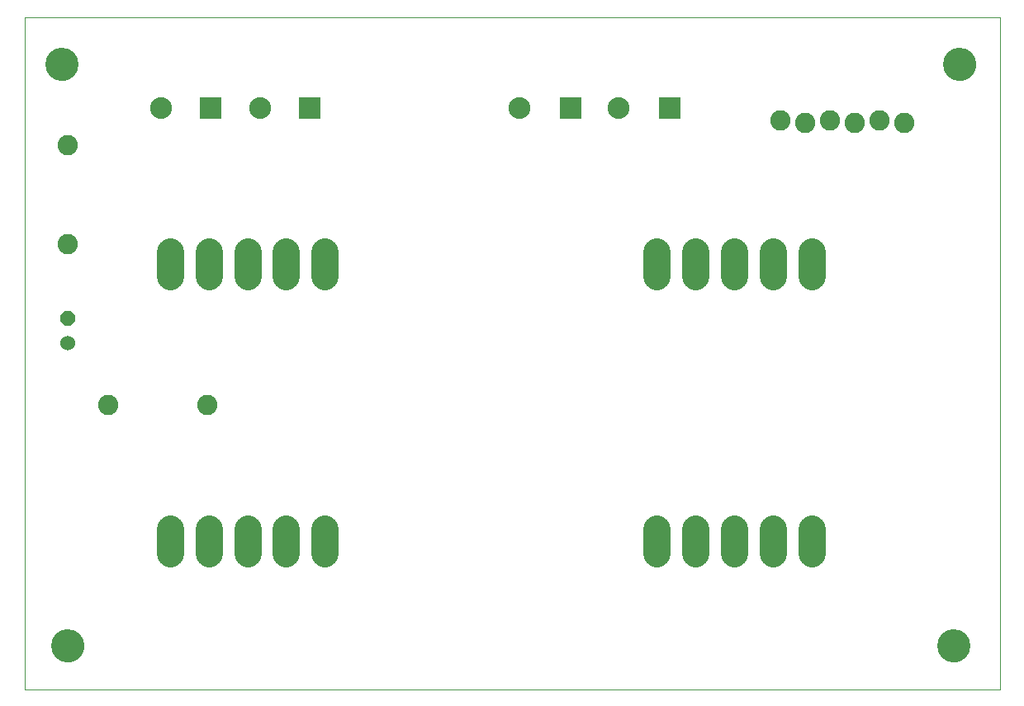
<source format=gts>
G75*
%MOIN*%
%OFA0B0*%
%FSLAX25Y25*%
%IPPOS*%
%LPD*%
%AMOC8*
5,1,8,0,0,1.08239X$1,22.5*
%
%ADD10C,0.00000*%
%ADD11C,0.13398*%
%ADD12C,0.06000*%
%ADD13OC8,0.06000*%
%ADD14C,0.10839*%
%ADD15C,0.08200*%
%ADD16R,0.08800X0.08800*%
%ADD17C,0.08800*%
D10*
X0001800Y0001800D02*
X0001800Y0273454D01*
X0395501Y0273454D01*
X0395501Y0001800D01*
X0001800Y0001800D01*
X0013001Y0019300D02*
X0013003Y0019458D01*
X0013009Y0019616D01*
X0013019Y0019774D01*
X0013033Y0019932D01*
X0013051Y0020089D01*
X0013072Y0020246D01*
X0013098Y0020402D01*
X0013128Y0020558D01*
X0013161Y0020713D01*
X0013199Y0020866D01*
X0013240Y0021019D01*
X0013285Y0021171D01*
X0013334Y0021322D01*
X0013387Y0021471D01*
X0013443Y0021619D01*
X0013503Y0021765D01*
X0013567Y0021910D01*
X0013635Y0022053D01*
X0013706Y0022195D01*
X0013780Y0022335D01*
X0013858Y0022472D01*
X0013940Y0022608D01*
X0014024Y0022742D01*
X0014113Y0022873D01*
X0014204Y0023002D01*
X0014299Y0023129D01*
X0014396Y0023254D01*
X0014497Y0023376D01*
X0014601Y0023495D01*
X0014708Y0023612D01*
X0014818Y0023726D01*
X0014931Y0023837D01*
X0015046Y0023946D01*
X0015164Y0024051D01*
X0015285Y0024153D01*
X0015408Y0024253D01*
X0015534Y0024349D01*
X0015662Y0024442D01*
X0015792Y0024532D01*
X0015925Y0024618D01*
X0016060Y0024702D01*
X0016196Y0024781D01*
X0016335Y0024858D01*
X0016476Y0024930D01*
X0016618Y0025000D01*
X0016762Y0025065D01*
X0016908Y0025127D01*
X0017055Y0025185D01*
X0017204Y0025240D01*
X0017354Y0025291D01*
X0017505Y0025338D01*
X0017657Y0025381D01*
X0017810Y0025420D01*
X0017965Y0025456D01*
X0018120Y0025487D01*
X0018276Y0025515D01*
X0018432Y0025539D01*
X0018589Y0025559D01*
X0018747Y0025575D01*
X0018904Y0025587D01*
X0019063Y0025595D01*
X0019221Y0025599D01*
X0019379Y0025599D01*
X0019537Y0025595D01*
X0019696Y0025587D01*
X0019853Y0025575D01*
X0020011Y0025559D01*
X0020168Y0025539D01*
X0020324Y0025515D01*
X0020480Y0025487D01*
X0020635Y0025456D01*
X0020790Y0025420D01*
X0020943Y0025381D01*
X0021095Y0025338D01*
X0021246Y0025291D01*
X0021396Y0025240D01*
X0021545Y0025185D01*
X0021692Y0025127D01*
X0021838Y0025065D01*
X0021982Y0025000D01*
X0022124Y0024930D01*
X0022265Y0024858D01*
X0022404Y0024781D01*
X0022540Y0024702D01*
X0022675Y0024618D01*
X0022808Y0024532D01*
X0022938Y0024442D01*
X0023066Y0024349D01*
X0023192Y0024253D01*
X0023315Y0024153D01*
X0023436Y0024051D01*
X0023554Y0023946D01*
X0023669Y0023837D01*
X0023782Y0023726D01*
X0023892Y0023612D01*
X0023999Y0023495D01*
X0024103Y0023376D01*
X0024204Y0023254D01*
X0024301Y0023129D01*
X0024396Y0023002D01*
X0024487Y0022873D01*
X0024576Y0022742D01*
X0024660Y0022608D01*
X0024742Y0022472D01*
X0024820Y0022335D01*
X0024894Y0022195D01*
X0024965Y0022053D01*
X0025033Y0021910D01*
X0025097Y0021765D01*
X0025157Y0021619D01*
X0025213Y0021471D01*
X0025266Y0021322D01*
X0025315Y0021171D01*
X0025360Y0021019D01*
X0025401Y0020866D01*
X0025439Y0020713D01*
X0025472Y0020558D01*
X0025502Y0020402D01*
X0025528Y0020246D01*
X0025549Y0020089D01*
X0025567Y0019932D01*
X0025581Y0019774D01*
X0025591Y0019616D01*
X0025597Y0019458D01*
X0025599Y0019300D01*
X0025597Y0019142D01*
X0025591Y0018984D01*
X0025581Y0018826D01*
X0025567Y0018668D01*
X0025549Y0018511D01*
X0025528Y0018354D01*
X0025502Y0018198D01*
X0025472Y0018042D01*
X0025439Y0017887D01*
X0025401Y0017734D01*
X0025360Y0017581D01*
X0025315Y0017429D01*
X0025266Y0017278D01*
X0025213Y0017129D01*
X0025157Y0016981D01*
X0025097Y0016835D01*
X0025033Y0016690D01*
X0024965Y0016547D01*
X0024894Y0016405D01*
X0024820Y0016265D01*
X0024742Y0016128D01*
X0024660Y0015992D01*
X0024576Y0015858D01*
X0024487Y0015727D01*
X0024396Y0015598D01*
X0024301Y0015471D01*
X0024204Y0015346D01*
X0024103Y0015224D01*
X0023999Y0015105D01*
X0023892Y0014988D01*
X0023782Y0014874D01*
X0023669Y0014763D01*
X0023554Y0014654D01*
X0023436Y0014549D01*
X0023315Y0014447D01*
X0023192Y0014347D01*
X0023066Y0014251D01*
X0022938Y0014158D01*
X0022808Y0014068D01*
X0022675Y0013982D01*
X0022540Y0013898D01*
X0022404Y0013819D01*
X0022265Y0013742D01*
X0022124Y0013670D01*
X0021982Y0013600D01*
X0021838Y0013535D01*
X0021692Y0013473D01*
X0021545Y0013415D01*
X0021396Y0013360D01*
X0021246Y0013309D01*
X0021095Y0013262D01*
X0020943Y0013219D01*
X0020790Y0013180D01*
X0020635Y0013144D01*
X0020480Y0013113D01*
X0020324Y0013085D01*
X0020168Y0013061D01*
X0020011Y0013041D01*
X0019853Y0013025D01*
X0019696Y0013013D01*
X0019537Y0013005D01*
X0019379Y0013001D01*
X0019221Y0013001D01*
X0019063Y0013005D01*
X0018904Y0013013D01*
X0018747Y0013025D01*
X0018589Y0013041D01*
X0018432Y0013061D01*
X0018276Y0013085D01*
X0018120Y0013113D01*
X0017965Y0013144D01*
X0017810Y0013180D01*
X0017657Y0013219D01*
X0017505Y0013262D01*
X0017354Y0013309D01*
X0017204Y0013360D01*
X0017055Y0013415D01*
X0016908Y0013473D01*
X0016762Y0013535D01*
X0016618Y0013600D01*
X0016476Y0013670D01*
X0016335Y0013742D01*
X0016196Y0013819D01*
X0016060Y0013898D01*
X0015925Y0013982D01*
X0015792Y0014068D01*
X0015662Y0014158D01*
X0015534Y0014251D01*
X0015408Y0014347D01*
X0015285Y0014447D01*
X0015164Y0014549D01*
X0015046Y0014654D01*
X0014931Y0014763D01*
X0014818Y0014874D01*
X0014708Y0014988D01*
X0014601Y0015105D01*
X0014497Y0015224D01*
X0014396Y0015346D01*
X0014299Y0015471D01*
X0014204Y0015598D01*
X0014113Y0015727D01*
X0014024Y0015858D01*
X0013940Y0015992D01*
X0013858Y0016128D01*
X0013780Y0016265D01*
X0013706Y0016405D01*
X0013635Y0016547D01*
X0013567Y0016690D01*
X0013503Y0016835D01*
X0013443Y0016981D01*
X0013387Y0017129D01*
X0013334Y0017278D01*
X0013285Y0017429D01*
X0013240Y0017581D01*
X0013199Y0017734D01*
X0013161Y0017887D01*
X0013128Y0018042D01*
X0013098Y0018198D01*
X0013072Y0018354D01*
X0013051Y0018511D01*
X0013033Y0018668D01*
X0013019Y0018826D01*
X0013009Y0018984D01*
X0013003Y0019142D01*
X0013001Y0019300D01*
X0010501Y0254300D02*
X0010503Y0254458D01*
X0010509Y0254616D01*
X0010519Y0254774D01*
X0010533Y0254932D01*
X0010551Y0255089D01*
X0010572Y0255246D01*
X0010598Y0255402D01*
X0010628Y0255558D01*
X0010661Y0255713D01*
X0010699Y0255866D01*
X0010740Y0256019D01*
X0010785Y0256171D01*
X0010834Y0256322D01*
X0010887Y0256471D01*
X0010943Y0256619D01*
X0011003Y0256765D01*
X0011067Y0256910D01*
X0011135Y0257053D01*
X0011206Y0257195D01*
X0011280Y0257335D01*
X0011358Y0257472D01*
X0011440Y0257608D01*
X0011524Y0257742D01*
X0011613Y0257873D01*
X0011704Y0258002D01*
X0011799Y0258129D01*
X0011896Y0258254D01*
X0011997Y0258376D01*
X0012101Y0258495D01*
X0012208Y0258612D01*
X0012318Y0258726D01*
X0012431Y0258837D01*
X0012546Y0258946D01*
X0012664Y0259051D01*
X0012785Y0259153D01*
X0012908Y0259253D01*
X0013034Y0259349D01*
X0013162Y0259442D01*
X0013292Y0259532D01*
X0013425Y0259618D01*
X0013560Y0259702D01*
X0013696Y0259781D01*
X0013835Y0259858D01*
X0013976Y0259930D01*
X0014118Y0260000D01*
X0014262Y0260065D01*
X0014408Y0260127D01*
X0014555Y0260185D01*
X0014704Y0260240D01*
X0014854Y0260291D01*
X0015005Y0260338D01*
X0015157Y0260381D01*
X0015310Y0260420D01*
X0015465Y0260456D01*
X0015620Y0260487D01*
X0015776Y0260515D01*
X0015932Y0260539D01*
X0016089Y0260559D01*
X0016247Y0260575D01*
X0016404Y0260587D01*
X0016563Y0260595D01*
X0016721Y0260599D01*
X0016879Y0260599D01*
X0017037Y0260595D01*
X0017196Y0260587D01*
X0017353Y0260575D01*
X0017511Y0260559D01*
X0017668Y0260539D01*
X0017824Y0260515D01*
X0017980Y0260487D01*
X0018135Y0260456D01*
X0018290Y0260420D01*
X0018443Y0260381D01*
X0018595Y0260338D01*
X0018746Y0260291D01*
X0018896Y0260240D01*
X0019045Y0260185D01*
X0019192Y0260127D01*
X0019338Y0260065D01*
X0019482Y0260000D01*
X0019624Y0259930D01*
X0019765Y0259858D01*
X0019904Y0259781D01*
X0020040Y0259702D01*
X0020175Y0259618D01*
X0020308Y0259532D01*
X0020438Y0259442D01*
X0020566Y0259349D01*
X0020692Y0259253D01*
X0020815Y0259153D01*
X0020936Y0259051D01*
X0021054Y0258946D01*
X0021169Y0258837D01*
X0021282Y0258726D01*
X0021392Y0258612D01*
X0021499Y0258495D01*
X0021603Y0258376D01*
X0021704Y0258254D01*
X0021801Y0258129D01*
X0021896Y0258002D01*
X0021987Y0257873D01*
X0022076Y0257742D01*
X0022160Y0257608D01*
X0022242Y0257472D01*
X0022320Y0257335D01*
X0022394Y0257195D01*
X0022465Y0257053D01*
X0022533Y0256910D01*
X0022597Y0256765D01*
X0022657Y0256619D01*
X0022713Y0256471D01*
X0022766Y0256322D01*
X0022815Y0256171D01*
X0022860Y0256019D01*
X0022901Y0255866D01*
X0022939Y0255713D01*
X0022972Y0255558D01*
X0023002Y0255402D01*
X0023028Y0255246D01*
X0023049Y0255089D01*
X0023067Y0254932D01*
X0023081Y0254774D01*
X0023091Y0254616D01*
X0023097Y0254458D01*
X0023099Y0254300D01*
X0023097Y0254142D01*
X0023091Y0253984D01*
X0023081Y0253826D01*
X0023067Y0253668D01*
X0023049Y0253511D01*
X0023028Y0253354D01*
X0023002Y0253198D01*
X0022972Y0253042D01*
X0022939Y0252887D01*
X0022901Y0252734D01*
X0022860Y0252581D01*
X0022815Y0252429D01*
X0022766Y0252278D01*
X0022713Y0252129D01*
X0022657Y0251981D01*
X0022597Y0251835D01*
X0022533Y0251690D01*
X0022465Y0251547D01*
X0022394Y0251405D01*
X0022320Y0251265D01*
X0022242Y0251128D01*
X0022160Y0250992D01*
X0022076Y0250858D01*
X0021987Y0250727D01*
X0021896Y0250598D01*
X0021801Y0250471D01*
X0021704Y0250346D01*
X0021603Y0250224D01*
X0021499Y0250105D01*
X0021392Y0249988D01*
X0021282Y0249874D01*
X0021169Y0249763D01*
X0021054Y0249654D01*
X0020936Y0249549D01*
X0020815Y0249447D01*
X0020692Y0249347D01*
X0020566Y0249251D01*
X0020438Y0249158D01*
X0020308Y0249068D01*
X0020175Y0248982D01*
X0020040Y0248898D01*
X0019904Y0248819D01*
X0019765Y0248742D01*
X0019624Y0248670D01*
X0019482Y0248600D01*
X0019338Y0248535D01*
X0019192Y0248473D01*
X0019045Y0248415D01*
X0018896Y0248360D01*
X0018746Y0248309D01*
X0018595Y0248262D01*
X0018443Y0248219D01*
X0018290Y0248180D01*
X0018135Y0248144D01*
X0017980Y0248113D01*
X0017824Y0248085D01*
X0017668Y0248061D01*
X0017511Y0248041D01*
X0017353Y0248025D01*
X0017196Y0248013D01*
X0017037Y0248005D01*
X0016879Y0248001D01*
X0016721Y0248001D01*
X0016563Y0248005D01*
X0016404Y0248013D01*
X0016247Y0248025D01*
X0016089Y0248041D01*
X0015932Y0248061D01*
X0015776Y0248085D01*
X0015620Y0248113D01*
X0015465Y0248144D01*
X0015310Y0248180D01*
X0015157Y0248219D01*
X0015005Y0248262D01*
X0014854Y0248309D01*
X0014704Y0248360D01*
X0014555Y0248415D01*
X0014408Y0248473D01*
X0014262Y0248535D01*
X0014118Y0248600D01*
X0013976Y0248670D01*
X0013835Y0248742D01*
X0013696Y0248819D01*
X0013560Y0248898D01*
X0013425Y0248982D01*
X0013292Y0249068D01*
X0013162Y0249158D01*
X0013034Y0249251D01*
X0012908Y0249347D01*
X0012785Y0249447D01*
X0012664Y0249549D01*
X0012546Y0249654D01*
X0012431Y0249763D01*
X0012318Y0249874D01*
X0012208Y0249988D01*
X0012101Y0250105D01*
X0011997Y0250224D01*
X0011896Y0250346D01*
X0011799Y0250471D01*
X0011704Y0250598D01*
X0011613Y0250727D01*
X0011524Y0250858D01*
X0011440Y0250992D01*
X0011358Y0251128D01*
X0011280Y0251265D01*
X0011206Y0251405D01*
X0011135Y0251547D01*
X0011067Y0251690D01*
X0011003Y0251835D01*
X0010943Y0251981D01*
X0010887Y0252129D01*
X0010834Y0252278D01*
X0010785Y0252429D01*
X0010740Y0252581D01*
X0010699Y0252734D01*
X0010661Y0252887D01*
X0010628Y0253042D01*
X0010598Y0253198D01*
X0010572Y0253354D01*
X0010551Y0253511D01*
X0010533Y0253668D01*
X0010519Y0253826D01*
X0010509Y0253984D01*
X0010503Y0254142D01*
X0010501Y0254300D01*
X0370501Y0019300D02*
X0370503Y0019458D01*
X0370509Y0019616D01*
X0370519Y0019774D01*
X0370533Y0019932D01*
X0370551Y0020089D01*
X0370572Y0020246D01*
X0370598Y0020402D01*
X0370628Y0020558D01*
X0370661Y0020713D01*
X0370699Y0020866D01*
X0370740Y0021019D01*
X0370785Y0021171D01*
X0370834Y0021322D01*
X0370887Y0021471D01*
X0370943Y0021619D01*
X0371003Y0021765D01*
X0371067Y0021910D01*
X0371135Y0022053D01*
X0371206Y0022195D01*
X0371280Y0022335D01*
X0371358Y0022472D01*
X0371440Y0022608D01*
X0371524Y0022742D01*
X0371613Y0022873D01*
X0371704Y0023002D01*
X0371799Y0023129D01*
X0371896Y0023254D01*
X0371997Y0023376D01*
X0372101Y0023495D01*
X0372208Y0023612D01*
X0372318Y0023726D01*
X0372431Y0023837D01*
X0372546Y0023946D01*
X0372664Y0024051D01*
X0372785Y0024153D01*
X0372908Y0024253D01*
X0373034Y0024349D01*
X0373162Y0024442D01*
X0373292Y0024532D01*
X0373425Y0024618D01*
X0373560Y0024702D01*
X0373696Y0024781D01*
X0373835Y0024858D01*
X0373976Y0024930D01*
X0374118Y0025000D01*
X0374262Y0025065D01*
X0374408Y0025127D01*
X0374555Y0025185D01*
X0374704Y0025240D01*
X0374854Y0025291D01*
X0375005Y0025338D01*
X0375157Y0025381D01*
X0375310Y0025420D01*
X0375465Y0025456D01*
X0375620Y0025487D01*
X0375776Y0025515D01*
X0375932Y0025539D01*
X0376089Y0025559D01*
X0376247Y0025575D01*
X0376404Y0025587D01*
X0376563Y0025595D01*
X0376721Y0025599D01*
X0376879Y0025599D01*
X0377037Y0025595D01*
X0377196Y0025587D01*
X0377353Y0025575D01*
X0377511Y0025559D01*
X0377668Y0025539D01*
X0377824Y0025515D01*
X0377980Y0025487D01*
X0378135Y0025456D01*
X0378290Y0025420D01*
X0378443Y0025381D01*
X0378595Y0025338D01*
X0378746Y0025291D01*
X0378896Y0025240D01*
X0379045Y0025185D01*
X0379192Y0025127D01*
X0379338Y0025065D01*
X0379482Y0025000D01*
X0379624Y0024930D01*
X0379765Y0024858D01*
X0379904Y0024781D01*
X0380040Y0024702D01*
X0380175Y0024618D01*
X0380308Y0024532D01*
X0380438Y0024442D01*
X0380566Y0024349D01*
X0380692Y0024253D01*
X0380815Y0024153D01*
X0380936Y0024051D01*
X0381054Y0023946D01*
X0381169Y0023837D01*
X0381282Y0023726D01*
X0381392Y0023612D01*
X0381499Y0023495D01*
X0381603Y0023376D01*
X0381704Y0023254D01*
X0381801Y0023129D01*
X0381896Y0023002D01*
X0381987Y0022873D01*
X0382076Y0022742D01*
X0382160Y0022608D01*
X0382242Y0022472D01*
X0382320Y0022335D01*
X0382394Y0022195D01*
X0382465Y0022053D01*
X0382533Y0021910D01*
X0382597Y0021765D01*
X0382657Y0021619D01*
X0382713Y0021471D01*
X0382766Y0021322D01*
X0382815Y0021171D01*
X0382860Y0021019D01*
X0382901Y0020866D01*
X0382939Y0020713D01*
X0382972Y0020558D01*
X0383002Y0020402D01*
X0383028Y0020246D01*
X0383049Y0020089D01*
X0383067Y0019932D01*
X0383081Y0019774D01*
X0383091Y0019616D01*
X0383097Y0019458D01*
X0383099Y0019300D01*
X0383097Y0019142D01*
X0383091Y0018984D01*
X0383081Y0018826D01*
X0383067Y0018668D01*
X0383049Y0018511D01*
X0383028Y0018354D01*
X0383002Y0018198D01*
X0382972Y0018042D01*
X0382939Y0017887D01*
X0382901Y0017734D01*
X0382860Y0017581D01*
X0382815Y0017429D01*
X0382766Y0017278D01*
X0382713Y0017129D01*
X0382657Y0016981D01*
X0382597Y0016835D01*
X0382533Y0016690D01*
X0382465Y0016547D01*
X0382394Y0016405D01*
X0382320Y0016265D01*
X0382242Y0016128D01*
X0382160Y0015992D01*
X0382076Y0015858D01*
X0381987Y0015727D01*
X0381896Y0015598D01*
X0381801Y0015471D01*
X0381704Y0015346D01*
X0381603Y0015224D01*
X0381499Y0015105D01*
X0381392Y0014988D01*
X0381282Y0014874D01*
X0381169Y0014763D01*
X0381054Y0014654D01*
X0380936Y0014549D01*
X0380815Y0014447D01*
X0380692Y0014347D01*
X0380566Y0014251D01*
X0380438Y0014158D01*
X0380308Y0014068D01*
X0380175Y0013982D01*
X0380040Y0013898D01*
X0379904Y0013819D01*
X0379765Y0013742D01*
X0379624Y0013670D01*
X0379482Y0013600D01*
X0379338Y0013535D01*
X0379192Y0013473D01*
X0379045Y0013415D01*
X0378896Y0013360D01*
X0378746Y0013309D01*
X0378595Y0013262D01*
X0378443Y0013219D01*
X0378290Y0013180D01*
X0378135Y0013144D01*
X0377980Y0013113D01*
X0377824Y0013085D01*
X0377668Y0013061D01*
X0377511Y0013041D01*
X0377353Y0013025D01*
X0377196Y0013013D01*
X0377037Y0013005D01*
X0376879Y0013001D01*
X0376721Y0013001D01*
X0376563Y0013005D01*
X0376404Y0013013D01*
X0376247Y0013025D01*
X0376089Y0013041D01*
X0375932Y0013061D01*
X0375776Y0013085D01*
X0375620Y0013113D01*
X0375465Y0013144D01*
X0375310Y0013180D01*
X0375157Y0013219D01*
X0375005Y0013262D01*
X0374854Y0013309D01*
X0374704Y0013360D01*
X0374555Y0013415D01*
X0374408Y0013473D01*
X0374262Y0013535D01*
X0374118Y0013600D01*
X0373976Y0013670D01*
X0373835Y0013742D01*
X0373696Y0013819D01*
X0373560Y0013898D01*
X0373425Y0013982D01*
X0373292Y0014068D01*
X0373162Y0014158D01*
X0373034Y0014251D01*
X0372908Y0014347D01*
X0372785Y0014447D01*
X0372664Y0014549D01*
X0372546Y0014654D01*
X0372431Y0014763D01*
X0372318Y0014874D01*
X0372208Y0014988D01*
X0372101Y0015105D01*
X0371997Y0015224D01*
X0371896Y0015346D01*
X0371799Y0015471D01*
X0371704Y0015598D01*
X0371613Y0015727D01*
X0371524Y0015858D01*
X0371440Y0015992D01*
X0371358Y0016128D01*
X0371280Y0016265D01*
X0371206Y0016405D01*
X0371135Y0016547D01*
X0371067Y0016690D01*
X0371003Y0016835D01*
X0370943Y0016981D01*
X0370887Y0017129D01*
X0370834Y0017278D01*
X0370785Y0017429D01*
X0370740Y0017581D01*
X0370699Y0017734D01*
X0370661Y0017887D01*
X0370628Y0018042D01*
X0370598Y0018198D01*
X0370572Y0018354D01*
X0370551Y0018511D01*
X0370533Y0018668D01*
X0370519Y0018826D01*
X0370509Y0018984D01*
X0370503Y0019142D01*
X0370501Y0019300D01*
X0373001Y0254300D02*
X0373003Y0254458D01*
X0373009Y0254616D01*
X0373019Y0254774D01*
X0373033Y0254932D01*
X0373051Y0255089D01*
X0373072Y0255246D01*
X0373098Y0255402D01*
X0373128Y0255558D01*
X0373161Y0255713D01*
X0373199Y0255866D01*
X0373240Y0256019D01*
X0373285Y0256171D01*
X0373334Y0256322D01*
X0373387Y0256471D01*
X0373443Y0256619D01*
X0373503Y0256765D01*
X0373567Y0256910D01*
X0373635Y0257053D01*
X0373706Y0257195D01*
X0373780Y0257335D01*
X0373858Y0257472D01*
X0373940Y0257608D01*
X0374024Y0257742D01*
X0374113Y0257873D01*
X0374204Y0258002D01*
X0374299Y0258129D01*
X0374396Y0258254D01*
X0374497Y0258376D01*
X0374601Y0258495D01*
X0374708Y0258612D01*
X0374818Y0258726D01*
X0374931Y0258837D01*
X0375046Y0258946D01*
X0375164Y0259051D01*
X0375285Y0259153D01*
X0375408Y0259253D01*
X0375534Y0259349D01*
X0375662Y0259442D01*
X0375792Y0259532D01*
X0375925Y0259618D01*
X0376060Y0259702D01*
X0376196Y0259781D01*
X0376335Y0259858D01*
X0376476Y0259930D01*
X0376618Y0260000D01*
X0376762Y0260065D01*
X0376908Y0260127D01*
X0377055Y0260185D01*
X0377204Y0260240D01*
X0377354Y0260291D01*
X0377505Y0260338D01*
X0377657Y0260381D01*
X0377810Y0260420D01*
X0377965Y0260456D01*
X0378120Y0260487D01*
X0378276Y0260515D01*
X0378432Y0260539D01*
X0378589Y0260559D01*
X0378747Y0260575D01*
X0378904Y0260587D01*
X0379063Y0260595D01*
X0379221Y0260599D01*
X0379379Y0260599D01*
X0379537Y0260595D01*
X0379696Y0260587D01*
X0379853Y0260575D01*
X0380011Y0260559D01*
X0380168Y0260539D01*
X0380324Y0260515D01*
X0380480Y0260487D01*
X0380635Y0260456D01*
X0380790Y0260420D01*
X0380943Y0260381D01*
X0381095Y0260338D01*
X0381246Y0260291D01*
X0381396Y0260240D01*
X0381545Y0260185D01*
X0381692Y0260127D01*
X0381838Y0260065D01*
X0381982Y0260000D01*
X0382124Y0259930D01*
X0382265Y0259858D01*
X0382404Y0259781D01*
X0382540Y0259702D01*
X0382675Y0259618D01*
X0382808Y0259532D01*
X0382938Y0259442D01*
X0383066Y0259349D01*
X0383192Y0259253D01*
X0383315Y0259153D01*
X0383436Y0259051D01*
X0383554Y0258946D01*
X0383669Y0258837D01*
X0383782Y0258726D01*
X0383892Y0258612D01*
X0383999Y0258495D01*
X0384103Y0258376D01*
X0384204Y0258254D01*
X0384301Y0258129D01*
X0384396Y0258002D01*
X0384487Y0257873D01*
X0384576Y0257742D01*
X0384660Y0257608D01*
X0384742Y0257472D01*
X0384820Y0257335D01*
X0384894Y0257195D01*
X0384965Y0257053D01*
X0385033Y0256910D01*
X0385097Y0256765D01*
X0385157Y0256619D01*
X0385213Y0256471D01*
X0385266Y0256322D01*
X0385315Y0256171D01*
X0385360Y0256019D01*
X0385401Y0255866D01*
X0385439Y0255713D01*
X0385472Y0255558D01*
X0385502Y0255402D01*
X0385528Y0255246D01*
X0385549Y0255089D01*
X0385567Y0254932D01*
X0385581Y0254774D01*
X0385591Y0254616D01*
X0385597Y0254458D01*
X0385599Y0254300D01*
X0385597Y0254142D01*
X0385591Y0253984D01*
X0385581Y0253826D01*
X0385567Y0253668D01*
X0385549Y0253511D01*
X0385528Y0253354D01*
X0385502Y0253198D01*
X0385472Y0253042D01*
X0385439Y0252887D01*
X0385401Y0252734D01*
X0385360Y0252581D01*
X0385315Y0252429D01*
X0385266Y0252278D01*
X0385213Y0252129D01*
X0385157Y0251981D01*
X0385097Y0251835D01*
X0385033Y0251690D01*
X0384965Y0251547D01*
X0384894Y0251405D01*
X0384820Y0251265D01*
X0384742Y0251128D01*
X0384660Y0250992D01*
X0384576Y0250858D01*
X0384487Y0250727D01*
X0384396Y0250598D01*
X0384301Y0250471D01*
X0384204Y0250346D01*
X0384103Y0250224D01*
X0383999Y0250105D01*
X0383892Y0249988D01*
X0383782Y0249874D01*
X0383669Y0249763D01*
X0383554Y0249654D01*
X0383436Y0249549D01*
X0383315Y0249447D01*
X0383192Y0249347D01*
X0383066Y0249251D01*
X0382938Y0249158D01*
X0382808Y0249068D01*
X0382675Y0248982D01*
X0382540Y0248898D01*
X0382404Y0248819D01*
X0382265Y0248742D01*
X0382124Y0248670D01*
X0381982Y0248600D01*
X0381838Y0248535D01*
X0381692Y0248473D01*
X0381545Y0248415D01*
X0381396Y0248360D01*
X0381246Y0248309D01*
X0381095Y0248262D01*
X0380943Y0248219D01*
X0380790Y0248180D01*
X0380635Y0248144D01*
X0380480Y0248113D01*
X0380324Y0248085D01*
X0380168Y0248061D01*
X0380011Y0248041D01*
X0379853Y0248025D01*
X0379696Y0248013D01*
X0379537Y0248005D01*
X0379379Y0248001D01*
X0379221Y0248001D01*
X0379063Y0248005D01*
X0378904Y0248013D01*
X0378747Y0248025D01*
X0378589Y0248041D01*
X0378432Y0248061D01*
X0378276Y0248085D01*
X0378120Y0248113D01*
X0377965Y0248144D01*
X0377810Y0248180D01*
X0377657Y0248219D01*
X0377505Y0248262D01*
X0377354Y0248309D01*
X0377204Y0248360D01*
X0377055Y0248415D01*
X0376908Y0248473D01*
X0376762Y0248535D01*
X0376618Y0248600D01*
X0376476Y0248670D01*
X0376335Y0248742D01*
X0376196Y0248819D01*
X0376060Y0248898D01*
X0375925Y0248982D01*
X0375792Y0249068D01*
X0375662Y0249158D01*
X0375534Y0249251D01*
X0375408Y0249347D01*
X0375285Y0249447D01*
X0375164Y0249549D01*
X0375046Y0249654D01*
X0374931Y0249763D01*
X0374818Y0249874D01*
X0374708Y0249988D01*
X0374601Y0250105D01*
X0374497Y0250224D01*
X0374396Y0250346D01*
X0374299Y0250471D01*
X0374204Y0250598D01*
X0374113Y0250727D01*
X0374024Y0250858D01*
X0373940Y0250992D01*
X0373858Y0251128D01*
X0373780Y0251265D01*
X0373706Y0251405D01*
X0373635Y0251547D01*
X0373567Y0251690D01*
X0373503Y0251835D01*
X0373443Y0251981D01*
X0373387Y0252129D01*
X0373334Y0252278D01*
X0373285Y0252429D01*
X0373240Y0252581D01*
X0373199Y0252734D01*
X0373161Y0252887D01*
X0373128Y0253042D01*
X0373098Y0253198D01*
X0373072Y0253354D01*
X0373051Y0253511D01*
X0373033Y0253668D01*
X0373019Y0253826D01*
X0373009Y0253984D01*
X0373003Y0254142D01*
X0373001Y0254300D01*
D11*
X0379300Y0254300D03*
X0376800Y0019300D03*
X0019300Y0019300D03*
X0016800Y0254300D03*
D12*
X0019300Y0141800D03*
D13*
X0019300Y0151800D03*
D14*
X0060619Y0168780D02*
X0060619Y0178820D01*
X0076209Y0178820D02*
X0076209Y0168780D01*
X0091800Y0168780D02*
X0091800Y0178820D01*
X0107391Y0178820D02*
X0107391Y0168780D01*
X0122981Y0168780D02*
X0122981Y0178820D01*
X0257119Y0178820D02*
X0257119Y0168780D01*
X0272709Y0168780D02*
X0272709Y0178820D01*
X0288300Y0178820D02*
X0288300Y0168780D01*
X0303891Y0168780D02*
X0303891Y0178820D01*
X0319481Y0178820D02*
X0319481Y0168780D01*
X0319481Y0066820D02*
X0319481Y0056780D01*
X0303891Y0056780D02*
X0303891Y0066820D01*
X0288300Y0066820D02*
X0288300Y0056780D01*
X0272709Y0056780D02*
X0272709Y0066820D01*
X0257119Y0066820D02*
X0257119Y0056780D01*
X0122981Y0056780D02*
X0122981Y0066820D01*
X0107391Y0066820D02*
X0107391Y0056780D01*
X0091800Y0056780D02*
X0091800Y0066820D01*
X0076209Y0066820D02*
X0076209Y0056780D01*
X0060619Y0056780D02*
X0060619Y0066820D01*
D15*
X0075550Y0116800D03*
X0035550Y0116800D03*
X0019300Y0181800D03*
X0019300Y0221800D03*
X0306800Y0231800D03*
X0316800Y0230800D03*
X0326800Y0231800D03*
X0336800Y0230800D03*
X0346800Y0231800D03*
X0356800Y0230800D03*
D16*
X0262300Y0236800D03*
X0222300Y0236800D03*
X0116800Y0236800D03*
X0076800Y0236800D03*
D17*
X0057115Y0236800D03*
X0097115Y0236800D03*
X0201615Y0236800D03*
X0241615Y0236800D03*
M02*

</source>
